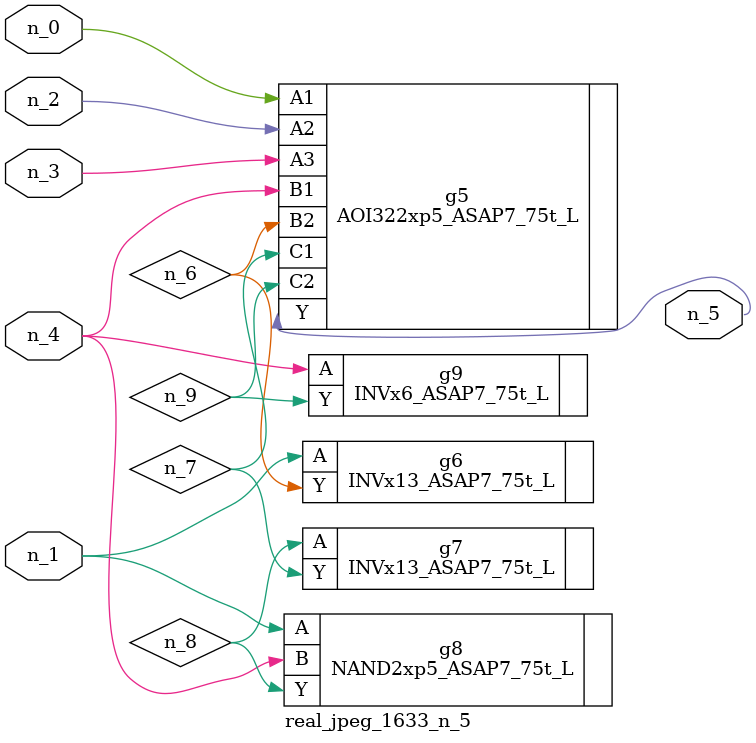
<source format=v>
module real_jpeg_1633_n_5 (n_4, n_0, n_1, n_2, n_3, n_5);

input n_4;
input n_0;
input n_1;
input n_2;
input n_3;

output n_5;

wire n_8;
wire n_6;
wire n_7;
wire n_9;

AOI322xp5_ASAP7_75t_L g5 ( 
.A1(n_0),
.A2(n_2),
.A3(n_3),
.B1(n_4),
.B2(n_6),
.C1(n_7),
.C2(n_9),
.Y(n_5)
);

INVx13_ASAP7_75t_L g6 ( 
.A(n_1),
.Y(n_6)
);

NAND2xp5_ASAP7_75t_L g8 ( 
.A(n_1),
.B(n_4),
.Y(n_8)
);

INVx6_ASAP7_75t_L g9 ( 
.A(n_4),
.Y(n_9)
);

INVx13_ASAP7_75t_L g7 ( 
.A(n_8),
.Y(n_7)
);


endmodule
</source>
